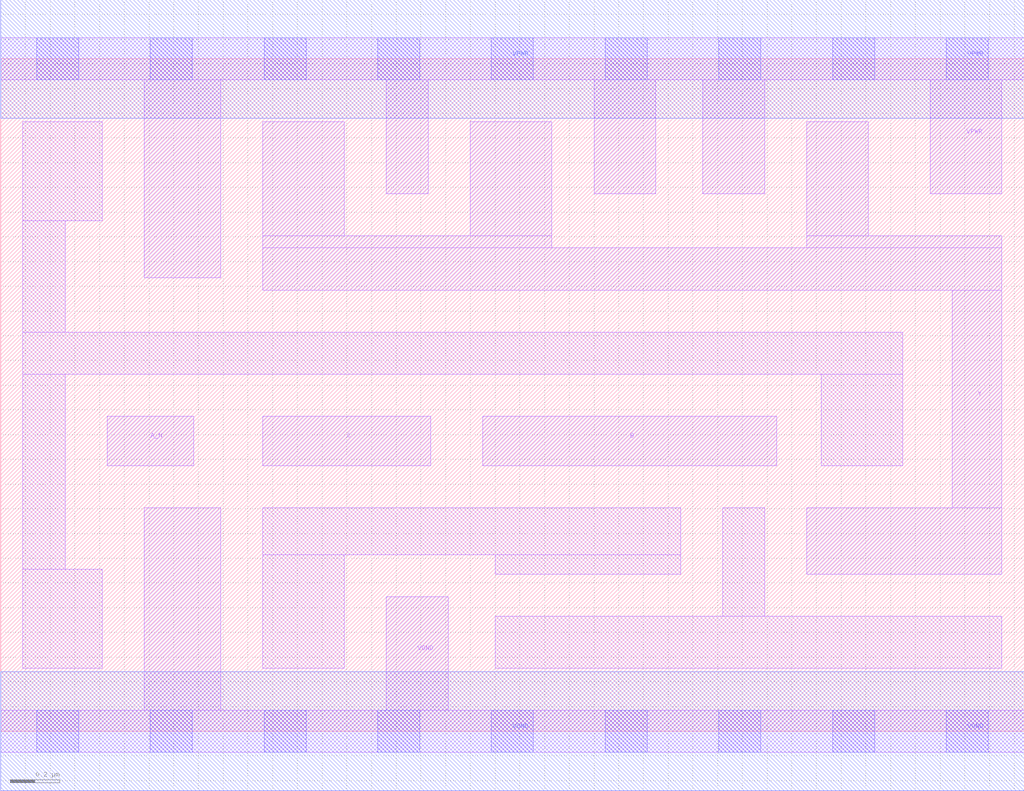
<source format=lef>
# Copyright 2020 The SkyWater PDK Authors
#
# Licensed under the Apache License, Version 2.0 (the "License");
# you may not use this file except in compliance with the License.
# You may obtain a copy of the License at
#
#     https://www.apache.org/licenses/LICENSE-2.0
#
# Unless required by applicable law or agreed to in writing, software
# distributed under the License is distributed on an "AS IS" BASIS,
# WITHOUT WARRANTIES OR CONDITIONS OF ANY KIND, either express or implied.
# See the License for the specific language governing permissions and
# limitations under the License.
#
# SPDX-License-Identifier: Apache-2.0

VERSION 5.7 ;
  NAMESCASESENSITIVE ON ;
  NOWIREEXTENSIONATPIN ON ;
  DIVIDERCHAR "/" ;
  BUSBITCHARS "[]" ;
UNITS
  DATABASE MICRONS 200 ;
END UNITS
MACRO sky130_fd_sc_hd__nand3b_2
  CLASS CORE ;
  SOURCE USER ;
  FOREIGN sky130_fd_sc_hd__nand3b_2 ;
  ORIGIN  0.000000  0.000000 ;
  SIZE  4.140000 BY  2.720000 ;
  SYMMETRY X Y R90 ;
  SITE unithd ;
  PIN A_N
    ANTENNAGATEAREA  0.126000 ;
    DIRECTION INPUT ;
    USE SIGNAL ;
    PORT
      LAYER li1 ;
        RECT 0.430000 1.075000 0.780000 1.275000 ;
    END
  END A_N
  PIN B
    ANTENNAGATEAREA  0.495000 ;
    DIRECTION INPUT ;
    USE SIGNAL ;
    PORT
      LAYER li1 ;
        RECT 1.950000 1.075000 3.140000 1.275000 ;
    END
  END B
  PIN C
    ANTENNAGATEAREA  0.495000 ;
    DIRECTION INPUT ;
    USE SIGNAL ;
    PORT
      LAYER li1 ;
        RECT 1.060000 1.075000 1.740000 1.275000 ;
    END
  END C
  PIN Y
    ANTENNADIFFAREA  0.985500 ;
    DIRECTION OUTPUT ;
    USE SIGNAL ;
    PORT
      LAYER li1 ;
        RECT 1.060000 1.785000 4.050000 1.955000 ;
        RECT 1.060000 1.955000 2.230000 2.005000 ;
        RECT 1.060000 2.005000 1.390000 2.465000 ;
        RECT 1.900000 2.005000 2.230000 2.465000 ;
        RECT 3.260000 0.635000 4.050000 0.905000 ;
        RECT 3.260000 1.955000 4.050000 2.005000 ;
        RECT 3.260000 2.005000 3.510000 2.465000 ;
        RECT 3.850000 0.905000 4.050000 1.785000 ;
    END
  END Y
  PIN VGND
    DIRECTION INOUT ;
    SHAPE ABUTMENT ;
    USE GROUND ;
    PORT
      LAYER li1 ;
        RECT 0.000000 -0.085000 4.140000 0.085000 ;
        RECT 0.580000  0.085000 0.890000 0.905000 ;
        RECT 1.560000  0.085000 1.810000 0.545000 ;
      LAYER mcon ;
        RECT 0.145000 -0.085000 0.315000 0.085000 ;
        RECT 0.605000 -0.085000 0.775000 0.085000 ;
        RECT 1.065000 -0.085000 1.235000 0.085000 ;
        RECT 1.525000 -0.085000 1.695000 0.085000 ;
        RECT 1.985000 -0.085000 2.155000 0.085000 ;
        RECT 2.445000 -0.085000 2.615000 0.085000 ;
        RECT 2.905000 -0.085000 3.075000 0.085000 ;
        RECT 3.365000 -0.085000 3.535000 0.085000 ;
        RECT 3.825000 -0.085000 3.995000 0.085000 ;
      LAYER met1 ;
        RECT 0.000000 -0.240000 4.140000 0.240000 ;
    END
  END VGND
  PIN VPWR
    DIRECTION INOUT ;
    SHAPE ABUTMENT ;
    USE POWER ;
    PORT
      LAYER li1 ;
        RECT 0.000000 2.635000 4.140000 2.805000 ;
        RECT 0.580000 1.835000 0.890000 2.635000 ;
        RECT 1.560000 2.175000 1.730000 2.635000 ;
        RECT 2.400000 2.175000 2.650000 2.635000 ;
        RECT 2.840000 2.175000 3.090000 2.635000 ;
        RECT 3.760000 2.175000 4.050000 2.635000 ;
      LAYER mcon ;
        RECT 0.145000 2.635000 0.315000 2.805000 ;
        RECT 0.605000 2.635000 0.775000 2.805000 ;
        RECT 1.065000 2.635000 1.235000 2.805000 ;
        RECT 1.525000 2.635000 1.695000 2.805000 ;
        RECT 1.985000 2.635000 2.155000 2.805000 ;
        RECT 2.445000 2.635000 2.615000 2.805000 ;
        RECT 2.905000 2.635000 3.075000 2.805000 ;
        RECT 3.365000 2.635000 3.535000 2.805000 ;
        RECT 3.825000 2.635000 3.995000 2.805000 ;
      LAYER met1 ;
        RECT 0.000000 2.480000 4.140000 2.960000 ;
    END
  END VPWR
  OBS
    LAYER li1 ;
      RECT 0.090000 0.255000 0.410000 0.655000 ;
      RECT 0.090000 0.655000 0.260000 1.445000 ;
      RECT 0.090000 1.445000 3.650000 1.615000 ;
      RECT 0.090000 1.615000 0.260000 2.065000 ;
      RECT 0.090000 2.065000 0.410000 2.465000 ;
      RECT 1.060000 0.255000 1.390000 0.715000 ;
      RECT 1.060000 0.715000 2.750000 0.905000 ;
      RECT 2.000000 0.255000 4.050000 0.465000 ;
      RECT 2.000000 0.635000 2.750000 0.715000 ;
      RECT 2.920000 0.465000 3.090000 0.905000 ;
      RECT 3.320000 1.075000 3.650000 1.445000 ;
  END
END sky130_fd_sc_hd__nand3b_2

</source>
